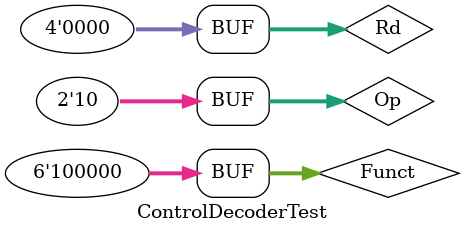
<source format=v>
`timescale 1ns / 1ps


module ControlDecoderTest;

	// Inputs
	reg [1:0] Op;
	reg [5:0] Funct;
	reg [3:0] Rd;

	// Outputs
	wire [1:0] FlagW;
	wire PCS;
	wire RegW;
	wire MemW;
	wire MemtoReg;
	wire [1:0] ALUSrc;
	wire [1:0] ImmSrc;
	wire [1:0] RegSrc;
	wire [1:0] ALUControl;

	// Instantiate the Unit Under Test (UUT)
	Decoder uut (
		.Op(Op), 
		.Funct(Funct), 
		.Rd(Rd), 
		.FlagW(FlagW), 
		.PCS(PCS), 
		.RegW(RegW), 
		.MemW(MemW), 
		.MemtoReg(MemtoReg), 
		.ALUSrc(ALUSrc), 
		.ImmSrc(ImmSrc), 
		.RegSrc(RegSrc), 
		.ALUControl(ALUControl)
	);

	initial begin
		// Initialize Inputs
		Op = 2'b0;
		Funct = 6'b0;
		Rd = 4'b0;
		
		//AND R3,R3,#0 

		#10;
		
		Op = 2'b0;
		Funct = 6'b100000;
		Rd = 4'b0;	

		#10;
		//ORR R9,R9,#65536
		
		Op = 2'b0;
		Funct = 6'b111000;
		Rd = 4'b0;	

		#10;
		//CMP R2,R3
		
		Op = 2'b0;
		Funct = 6'b010101;
		Rd = 4'b0;		

		#10;		
		//ADDLS R0,R0,#1 (V)
		
		Op = 2'b0;
		Funct = 6'b101000;
		Rd = 4'b0;

		#10;
		//ADDNE(V) 
		
		Op = 2'b0;
		Funct = 6'b001000;
		Rd = 4'b0;	
		
		#10;
		//SUBLS(V) 
		
		Op = 2'b0;
		Funct = 6'b000100;
		Rd = 4'b0;	
		
		#10;
		//STR I = 0
		
		Op = 2'b01;
		Funct = 6'b000000;
		Rd = 4'b0;	
		
		#10;
		//STR I = 1
		
		Op = 2'b01;
		Funct = 6'b100000;
		Rd = 4'b0;	

		//LDR I = 0
		#10;
		Op = 2'b01;
		Funct = 6'b000001;
		Rd = 4'b0;	
		
		#10;
		//LDR I = 1
		
		Op = 2'b01;
		Funct = 6'b100001;
		Rd = 4'b0;	

		//BNE I = 1
		#10;
		Op = 2'b10;
		Funct = 6'b100000;
		Rd = 4'b0;			
		

		
				
	end
      
endmodule


</source>
